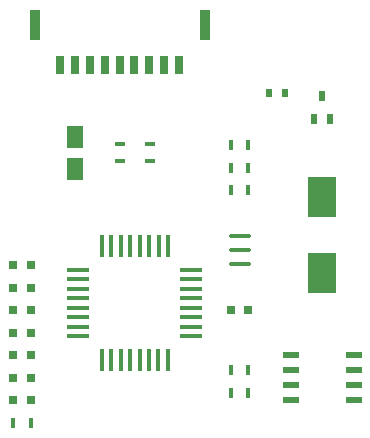
<source format=gbr>
G04 #@! TF.FileFunction,Paste,Top*
%FSLAX46Y46*%
G04 Gerber Fmt 4.6, Leading zero omitted, Abs format (unit mm)*
G04 Created by KiCad (PCBNEW (2014-11-27 BZR 5304)-product) date 12/11/2014 4:45:10 PM*
%MOMM*%
G01*
G04 APERTURE LIST*
%ADD10C,0.100000*%
%ADD11R,0.740000X0.690000*%
%ADD12R,2.340300X3.440120*%
%ADD13R,1.441140X1.890720*%
%ADD14R,1.339540X0.539440*%
%ADD15R,0.440000X0.840000*%
%ADD16R,0.840000X0.440000*%
%ADD17R,0.540000X0.640000*%
%ADD18O,1.845000X0.390000*%
%ADD19R,1.938980X0.389580*%
%ADD20R,0.389580X1.938980*%
%ADD21R,0.640000X1.640000*%
%ADD22R,0.940000X2.540000*%
%ADD23R,0.539440X0.940760*%
G04 APERTURE END LIST*
D10*
D11*
X34810000Y-162560000D03*
X36310000Y-162560000D03*
X34810000Y-154940000D03*
X36310000Y-154940000D03*
X34810000Y-160655000D03*
X36310000Y-160655000D03*
X34810000Y-158750000D03*
X36310000Y-158750000D03*
D12*
X60960000Y-145338800D03*
X60960000Y-151841200D03*
D11*
X34810000Y-151130000D03*
X36310000Y-151130000D03*
X34810000Y-156845000D03*
X36310000Y-156845000D03*
X34810000Y-153035000D03*
X36310000Y-153035000D03*
D13*
X40005000Y-142963900D03*
X40005000Y-140246100D03*
D11*
X53225000Y-154940000D03*
X54725000Y-154940000D03*
D14*
X63627000Y-158750000D03*
X58293000Y-158750000D03*
X63627000Y-160020000D03*
X63627000Y-161290000D03*
X63627000Y-162560000D03*
X58293000Y-160020000D03*
X58293000Y-161290000D03*
X58293000Y-162560000D03*
D15*
X36310000Y-164465000D03*
X34810000Y-164465000D03*
D16*
X46355000Y-142355000D03*
X46355000Y-140855000D03*
X43815000Y-142355000D03*
X43815000Y-140855000D03*
D15*
X53225000Y-144780000D03*
X54725000Y-144780000D03*
X54725000Y-142875000D03*
X53225000Y-142875000D03*
X53225000Y-160020000D03*
X54725000Y-160020000D03*
X54725000Y-140970000D03*
X53225000Y-140970000D03*
X53225000Y-161925000D03*
X54725000Y-161925000D03*
D17*
X56450000Y-136525000D03*
X57850000Y-136525000D03*
D18*
X53975000Y-148660000D03*
X53975000Y-149860000D03*
X53975000Y-151060000D03*
D19*
X49900840Y-151528780D03*
X49900840Y-152328880D03*
X49900840Y-153128980D03*
X49900840Y-153929080D03*
X49900840Y-154729180D03*
X49900840Y-155529280D03*
X49900840Y-156329380D03*
X49900840Y-157129480D03*
X40335200Y-157124400D03*
X40335200Y-151511000D03*
X40335200Y-152323800D03*
X40335200Y-153136600D03*
X40335200Y-153924000D03*
X40335200Y-154736800D03*
X40335200Y-155524200D03*
X40335200Y-156337000D03*
D20*
X47909480Y-159131000D03*
X47111920Y-159131000D03*
X46309280Y-159131000D03*
X45511720Y-159131000D03*
X44709080Y-159131000D03*
X43911520Y-159131000D03*
X43108880Y-159131000D03*
X42311320Y-159131000D03*
X47904400Y-149529800D03*
X47117000Y-149529800D03*
X46304200Y-149529800D03*
X45516800Y-149529800D03*
X44729400Y-149529800D03*
X43916600Y-149529800D03*
X43103800Y-149529800D03*
X42291000Y-149529800D03*
D21*
X48815000Y-134210000D03*
D22*
X51015000Y-130810000D03*
D21*
X47565000Y-134210000D03*
X46315000Y-134210000D03*
X45065000Y-134210000D03*
X43815000Y-134210000D03*
X42565000Y-134210000D03*
X41315000Y-134210000D03*
X40065000Y-134210000D03*
X38815000Y-134210000D03*
D22*
X36615000Y-130810000D03*
D23*
X61610240Y-138744960D03*
X60309760Y-138744960D03*
X60960000Y-136845040D03*
M02*

</source>
